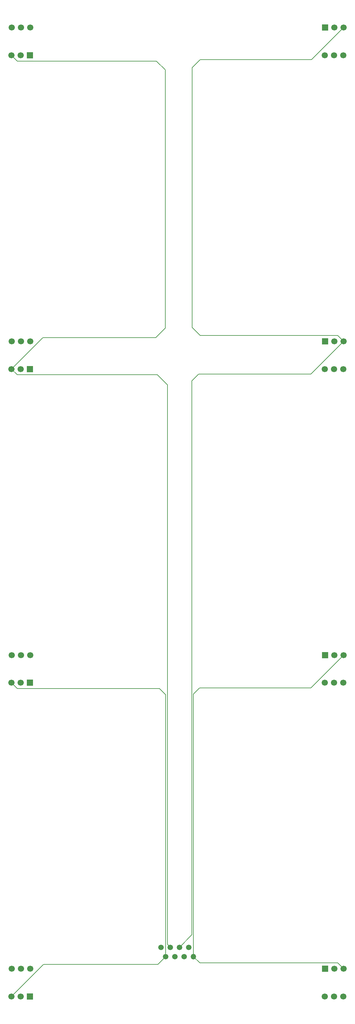
<source format=gbr>
%TF.GenerationSoftware,KiCad,Pcbnew,8.0.0*%
%TF.CreationDate,2024-05-23T14:19:23-05:00*%
%TF.ProjectId,mic_array_circuit,6d69635f-6172-4726-9179-5f6369726375,rev?*%
%TF.SameCoordinates,Original*%
%TF.FileFunction,Copper,L1,Top*%
%TF.FilePolarity,Positive*%
%FSLAX46Y46*%
G04 Gerber Fmt 4.6, Leading zero omitted, Abs format (unit mm)*
G04 Created by KiCad (PCBNEW 8.0.0) date 2024-05-23 14:19:23*
%MOMM*%
%LPD*%
G01*
G04 APERTURE LIST*
%TA.AperFunction,ComponentPad*%
%ADD10R,1.700000X1.700000*%
%TD*%
%TA.AperFunction,ComponentPad*%
%ADD11C,1.700000*%
%TD*%
%TA.AperFunction,ComponentPad*%
%ADD12O,1.500000X1.500000*%
%TD*%
%TA.AperFunction,ComponentPad*%
%ADD13C,1.500000*%
%TD*%
%TA.AperFunction,Conductor*%
%ADD14C,0.200000*%
%TD*%
G04 APERTURE END LIST*
D10*
%TO.P,REF\u002A\u002A,1*%
%TO.N,gnd*%
X-497500000Y-89800000D03*
D11*
%TO.N,pwr*%
X-497420000Y-82200000D03*
%TO.P,REF\u002A\u002A,2*%
X-500040000Y-89800000D03*
%TO.N,ws*%
X-499960000Y-82200000D03*
%TO.P,REF\u002A\u002A,3*%
%TO.N,d1*%
X-502580000Y-89800000D03*
%TO.N,clk*%
X-502500000Y-82200000D03*
%TD*%
D10*
%TO.P,REF\u002A\u002A,1*%
%TO.N,gnd*%
X-497500000Y-3800000D03*
D11*
X-497420000Y3800000D03*
%TO.P,REF\u002A\u002A,2*%
%TO.N,pwr*%
X-500040000Y-3800000D03*
%TO.N,ws*%
X-499960000Y3800000D03*
%TO.P,REF\u002A\u002A,3*%
%TO.N,d1*%
X-502580000Y-3800000D03*
%TO.N,clk*%
X-502500000Y3800000D03*
%TD*%
D10*
%TO.P,REF\u002A\u002A,1*%
%TO.N,gnd*%
X-497500000Y-261800000D03*
D11*
%TO.N,pwr*%
X-497420000Y-254200000D03*
%TO.P,REF\u002A\u002A,2*%
X-500040000Y-261800000D03*
%TO.N,ws*%
X-499960000Y-254200000D03*
%TO.P,REF\u002A\u002A,3*%
%TO.N,d3*%
X-502580000Y-261800000D03*
%TO.N,clk*%
X-502500000Y-254200000D03*
%TD*%
D10*
%TO.P,REF\u002A\u002A,1*%
%TO.N,gnd*%
X-416500000Y-82200000D03*
D11*
%TO.N,pwr*%
X-416580000Y-89800000D03*
%TO.P,REF\u002A\u002A,2*%
X-413960000Y-82200000D03*
%TO.N,ws*%
X-414040000Y-89800000D03*
%TO.P,REF\u002A\u002A,3*%
%TO.N,d2*%
X-411420000Y-82200000D03*
%TO.N,clk*%
X-411500000Y-89800000D03*
%TD*%
D10*
%TO.P,REF\u002A\u002A,1*%
%TO.N,gnd*%
X-416500000Y-168200000D03*
D11*
X-416580000Y-175800000D03*
%TO.P,REF\u002A\u002A,2*%
%TO.N,pwr*%
X-413960000Y-168200000D03*
%TO.N,ws*%
X-414040000Y-175800000D03*
%TO.P,REF\u002A\u002A,3*%
%TO.N,d4*%
X-411420000Y-168200000D03*
%TO.N,clk*%
X-411500000Y-175800000D03*
%TD*%
D10*
%TO.P,REF\u002A\u002A,1*%
%TO.N,gnd*%
X-416500000Y-254200000D03*
D11*
%TO.N,pwr*%
X-416580000Y-261800000D03*
%TO.P,REF\u002A\u002A,2*%
X-413960000Y-254200000D03*
%TO.N,ws*%
X-414040000Y-261800000D03*
%TO.P,REF\u002A\u002A,3*%
%TO.N,d4*%
X-411420000Y-254200000D03*
%TO.N,clk*%
X-411500000Y-261800000D03*
%TD*%
D10*
%TO.P,REF\u002A\u002A,1*%
%TO.N,gnd*%
X-416500000Y3800000D03*
D11*
X-416580000Y-3800000D03*
%TO.P,REF\u002A\u002A,2*%
%TO.N,pwr*%
X-413960000Y3800000D03*
%TO.N,ws*%
X-414040000Y-3800000D03*
%TO.P,REF\u002A\u002A,3*%
%TO.N,d2*%
X-411420000Y3800000D03*
%TO.N,clk*%
X-411500000Y-3800000D03*
%TD*%
D10*
%TO.P,REF\u002A\u002A,1*%
%TO.N,gnd*%
X-497500000Y-175800000D03*
D11*
X-497420000Y-168200000D03*
%TO.P,REF\u002A\u002A,2*%
%TO.N,pwr*%
X-500040000Y-175800000D03*
%TO.N,ws*%
X-499960000Y-168200000D03*
%TO.P,REF\u002A\u002A,3*%
%TO.N,d3*%
X-502580000Y-175800000D03*
%TO.N,clk*%
X-502500000Y-168200000D03*
%TD*%
D12*
%TO.P,REF\u002A\u002A,1*%
%TO.N,d4*%
X-452670000Y-250850000D03*
D13*
%TO.P,REF\u002A\u002A,2*%
%TO.N,clk*%
X-453940000Y-248310000D03*
%TO.P,REF\u002A\u002A,3*%
%TO.N,gnd*%
X-455210000Y-250850000D03*
%TO.P,REF\u002A\u002A,4*%
%TO.N,d2*%
X-456480000Y-248310000D03*
%TO.P,REF\u002A\u002A,5*%
%TO.N,pwr*%
X-457750000Y-250850000D03*
%TO.P,REF\u002A\u002A,6*%
%TO.N,d1*%
X-459020000Y-248310000D03*
%TO.P,REF\u002A\u002A,7*%
%TO.N,d3*%
X-460290000Y-250850000D03*
%TO.P,REF\u002A\u002A,8*%
%TO.N,ws*%
X-461560000Y-248310000D03*
%TD*%
D14*
%TO.N,d1*%
X-463000000Y-81200000D02*
X-460400000Y-78600000D01*
X-493980000Y-81200000D02*
X-463000000Y-81200000D01*
X-459800000Y-247530000D02*
X-459800000Y-94200000D01*
X-500980000Y-91400000D02*
X-502580000Y-89800000D01*
X-459800000Y-94200000D02*
X-462600000Y-91400000D01*
X-462600000Y-91400000D02*
X-500980000Y-91400000D01*
X-500980000Y-5400000D02*
X-502580000Y-3800000D01*
X-460400000Y-7800000D02*
X-462800000Y-5400000D01*
X-459020000Y-248310000D02*
X-459800000Y-247530000D01*
X-502580000Y-89800000D02*
X-493980000Y-81200000D01*
X-460400000Y-78600000D02*
X-460400000Y-7800000D01*
X-462800000Y-5400000D02*
X-500980000Y-5400000D01*
%TO.N,d2*%
X-450800000Y-5000000D02*
X-420220000Y-5000000D01*
X-413020000Y-80600000D02*
X-450800000Y-80600000D01*
X-453000000Y-78400000D02*
X-453000000Y-7200000D01*
X-456480000Y-248310000D02*
X-453070000Y-244900000D01*
X-451200000Y-91200000D02*
X-420420000Y-91200000D01*
X-453070000Y-244900000D02*
X-453070000Y-93070000D01*
X-411420000Y-82200000D02*
X-413020000Y-80600000D01*
X-453000000Y-7200000D02*
X-450800000Y-5000000D01*
X-450800000Y-80600000D02*
X-453000000Y-78400000D01*
X-420220000Y-5000000D02*
X-411420000Y3800000D01*
X-420420000Y-91200000D02*
X-411420000Y-82200000D01*
X-453070000Y-93070000D02*
X-451200000Y-91200000D01*
%TO.N,d3*%
X-460290000Y-179110000D02*
X-462000000Y-177400000D01*
X-460290000Y-250850000D02*
X-462440000Y-253000000D01*
X-462440000Y-253000000D02*
X-493780000Y-253000000D01*
X-460290000Y-250850000D02*
X-460290000Y-179110000D01*
X-500980000Y-177400000D02*
X-502580000Y-175800000D01*
X-462000000Y-177400000D02*
X-500980000Y-177400000D01*
X-493780000Y-253000000D02*
X-502580000Y-261800000D01*
%TO.N,d4*%
X-452670000Y-250850000D02*
X-453000000Y-250520000D01*
X-450920000Y-252600000D02*
X-413020000Y-252600000D01*
X-452670000Y-250850000D02*
X-452670000Y-178870000D01*
X-452670000Y-250850000D02*
X-450920000Y-252600000D01*
X-452670000Y-178870000D02*
X-451000000Y-177200000D01*
X-420420000Y-177200000D02*
X-411420000Y-168200000D01*
X-413020000Y-252600000D02*
X-411420000Y-254200000D01*
X-451000000Y-177200000D02*
X-420420000Y-177200000D01*
%TD*%
M02*

</source>
